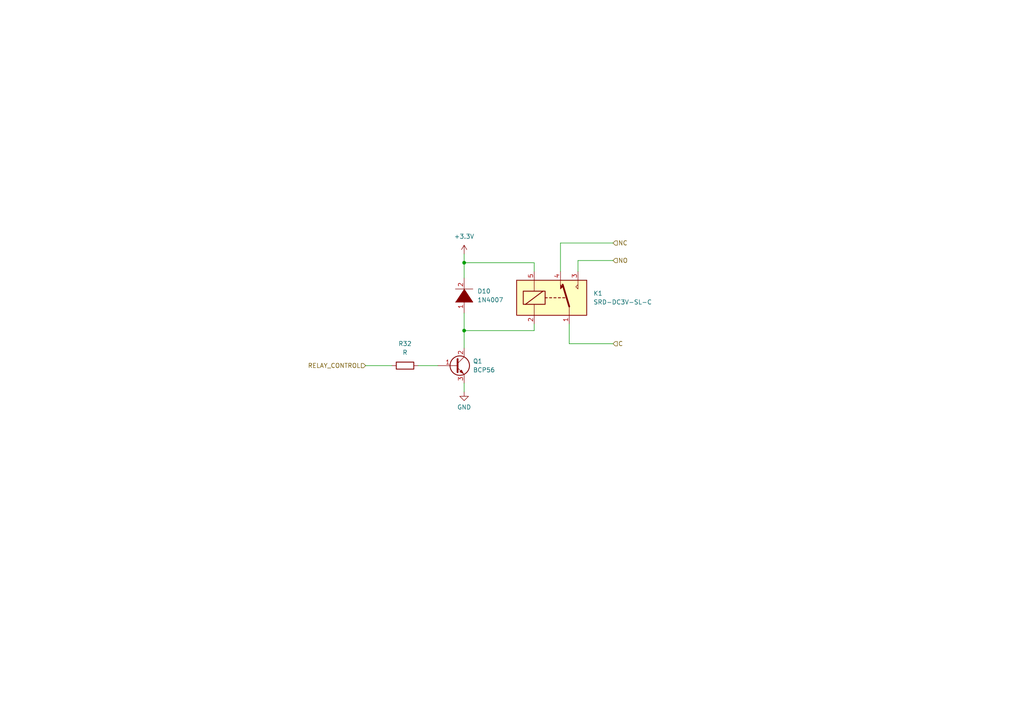
<source format=kicad_sch>
(kicad_sch (version 20250114) (generator "eeschema") (generator_version "9.0")
  (paper "A4")
  (lib_symbols
    (symbol "Device:R" (pin_numbers (hide yes)) (pin_names (offset 0))
      (property "Reference" "R" (at 2.032 0 90))
      (property "Value" "R" (at 0 0 90))
      (symbol "R_0_1"
        (rectangle (start -1.016 -2.54) (end 1.016 2.54) (stroke (width 0.254)))
      )
      (symbol "R_1_1"
        (pin passive line (at 0 3.81 270) (length 1.27) (name "~") (number "1"))
        (pin passive line (at 0 -3.81 90) (length 1.27) (name "~") (number "2"))
      )
    )
    (symbol "Relay:SANYOU_SRD_Form_C"
      (property "Reference" "K" (at 11.43 3.81 0))
      (property "Value" "SANYOU_SRD_Form_C" (at 11.43 1.27 0))
      (symbol "SANYOU_SRD_Form_C_0_0"
        (polyline (pts (xy 7.62 5.08) (xy 7.62 2.54) (xy 6.985 3.175) (xy 7.62 3.81)))
      )
      (symbol "SANYOU_SRD_Form_C_0_1"
        (rectangle (start -10.16 5.08) (end 10.16 -5.08) (stroke (width 0.254)) (fill (type background)))
        (rectangle (start -8.255 1.905) (end -1.905 -1.905) (stroke (width 0.254)))
        (polyline (pts (xy -7.62 -1.905) (xy -2.54 1.905)) (stroke (width 0.254)))
        (polyline (pts (xy -5.08 5.08) (xy -5.08 1.905)))
        (polyline (pts (xy -5.08 -5.08) (xy -5.08 -1.905)))
        (polyline (pts (xy -1.905 0) (xy -1.27 0)) (stroke (width 0.254)))
        (polyline (pts (xy -0.635 0) (xy 0 0)) (stroke (width 0.254)))
        (polyline (pts (xy 0.635 0) (xy 1.27 0)) (stroke (width 0.254)))
        (polyline (pts (xy 1.905 0) (xy 2.54 0)) (stroke (width 0.254)))
        (polyline (pts (xy 3.175 0) (xy 3.81 0)) (stroke (width 0.254)))
        (polyline (pts (xy 5.08 -2.54) (xy 3.175 3.81)) (stroke (width 0.508)))
        (polyline (pts (xy 5.08 -2.54) (xy 5.08 -5.08)))
      )
      (symbol "SANYOU_SRD_Form_C_1_1"
        (polyline (pts (xy 2.54 3.81) (xy 3.175 3.175) (xy 2.54 2.54) (xy 2.54 5.08)) (fill (type outline)))
        (pin passive line (at -5.08 7.62 270) (length 2.54) (name "~") (number "5"))
        (pin passive line (at -5.08 -7.62 90) (length 2.54) (name "~") (number "2"))
        (pin passive line (at 2.54 7.62 270) (length 2.54) (name "~") (number "4"))
        (pin passive line (at 5.08 -7.62 90) (length 2.54) (name "~") (number "1"))
        (pin passive line (at 7.62 7.62 270) (length 2.54) (name "~") (number "3"))
      )
    )
    (symbol "Transistor_BJT:BCP56" (pin_names (offset 0) (hide yes))
      (property "Reference" "Q" (at 5.08 1.905 0))
      (property "Value" "BCP56" (at 5.08 0 0))
      (symbol "BCP56_0_1"
        (polyline (pts (xy 0.635 1.905) (xy 0.635 -1.905) (xy 0.635 -1.905)) (stroke (width 0.508)))
        (polyline (pts (xy 0.635 0.635) (xy 2.54 2.54)))
        (polyline (pts (xy 0.635 -0.635) (xy 2.54 -2.54) (xy 2.54 -2.54)))
        (circle (center 1.27 0) (radius 2.8194) (stroke (width 0.254)))
        (polyline (pts (xy 1.27 -1.778) (xy 1.778 -1.27) (xy 2.286 -2.286) (xy 1.27 -1.778) (xy 1.27 -1.778)) (fill (type outline)))
      )
      (symbol "BCP56_1_1"
        (pin input line (at -5.08 0 0) (length 5.715) (name "B") (number "1"))
        (pin passive line (at 2.54 5.08 270) (length 2.54) (name "C") (number "2"))
        (pin passive line (at 2.54 5.08 270) (length 2.54) (hide yes) (name "C") (number "4"))
        (pin passive line (at 2.54 -5.08 90) (length 2.54) (name "E") (number "3"))
      )
    )
    (symbol "power:+3.3V" (power) (pin_names (offset 0))
      (property "Value" "+3.3V" (at 0 3.556 0))
      (symbol "+3.3V_0_1"
        (polyline (pts (xy -0.762 1.27) (xy 0 2.54)))
        (polyline (pts (xy 0 2.54) (xy 0.762 1.27)))
        (polyline (pts (xy 0 0) (xy 0 2.54)))
      )
      (symbol "+3.3V_1_1"
        (pin power_in line (at 0 0 90) (length 0) (hide yes) (name "+3.3V") (number "1"))
      )
    )
    (symbol "power:GND" (power) (pin_names (offset 0))
      (property "Value" "GND" (at 0 -3.81 0))
      (symbol "GND_0_1"
        (polyline (pts (xy 0 0) (xy 0 -1.27) (xy 1.27 -1.27) (xy 0 -2.54) (xy -1.27 -1.27) (xy 0 -1.27)))
      )
      (symbol "GND_1_1"
        (pin power_in line (at 0 0 270) (length 0) (hide yes) (name "GND") (number "1"))
      )
    )
    (symbol "pspice:DIODE" (pin_names (offset 1.016) (hide yes))
      (property "Reference" "D" (at 0 3.81 0))
      (property "Value" "DIODE" (at 0 -4.445 0))
      (symbol "DIODE_0_1"
        (polyline (pts (xy -1.905 2.54) (xy -1.905 -2.54) (xy 1.905 0)) (fill (type outline)))
        (polyline (pts (xy 1.905 2.54) (xy 1.905 -2.54)))
      )
      (symbol "DIODE_1_1"
        (pin input line (at -5.08 0 0) (length 3.81) (name "K") (number "1"))
        (pin input line (at 5.08 0 180) (length 3.81) (name "A") (number "2"))
      )
    )
  )
  (junction (at 134.62 76.2))
  (junction (at 134.62 95.885))
  (wire (pts (xy 134.62 80.645) (xy 134.62 76.2)))
  (wire (pts (xy 134.62 73.66) (xy 134.62 76.2)))
  (wire (pts (xy 154.94 95.885) (xy 154.94 93.98)))
  (wire (pts (xy 162.56 70.485) (xy 162.56 78.74)))
  (wire (pts (xy 177.8 99.695) (xy 165.1 99.695)))
  (wire (pts (xy 177.8 75.565) (xy 167.64 75.565)))
  (wire (pts (xy 165.1 99.695) (xy 165.1 93.98)))
  (wire (pts (xy 134.62 111.125) (xy 134.62 113.665)))
  (wire (pts (xy 167.64 75.565) (xy 167.64 78.74)))
  (wire (pts (xy 134.62 95.885) (xy 134.62 100.965)))
  (wire (pts (xy 177.8 70.485) (xy 162.56 70.485)))
  (wire (pts (xy 154.94 76.2) (xy 154.94 78.74)))
  (wire (pts (xy 134.62 95.885) (xy 134.62 90.805)))
  (wire (pts (xy 121.285 106.045) (xy 127 106.045)))
  (wire (pts (xy 154.94 95.885) (xy 134.62 95.885)))
  (wire (pts (xy 106.045 106.045) (xy 113.665 106.045)))
  (wire (pts (xy 134.62 76.2) (xy 154.94 76.2)))
  (hierarchical_label "C" (shape input) (at 177.8 99.695 0))
  (hierarchical_label "RELAY_CONTROL" (shape input) (at 106.045 106.045 180))
  (hierarchical_label "NO" (shape input) (at 177.8 75.565 0))
  (hierarchical_label "NC" (shape input) (at 177.8 70.485 0))
  (symbol (lib_id "power:GND") (at 134.62 113.665 0) (unit 1)
    (property "Reference" "#PWR066" (effects (hide yes)))
    (property "Value" "GND" (at 134.62 118.11 0))
  )
  (symbol (lib_id "power:+3.3V") (at 134.62 73.66 0) (unit 1)
    (property "Reference" "#PWR065" (effects (hide yes)))
    (property "Value" "+3.3V" (at 134.62 68.58 0))
  )
  (symbol (lib_id "Relay:SANYOU_SRD_Form_C") (at 160.02 86.36 0) (unit 1)
    (property "Reference" "K1" (at 172.085 85.0899 0) (effects (justify left)))
    (property "Value" "SRD-DC3V-SL-C" (at 172.085 87.6299 0) (effects (justify left)))
    (property "Footprint" "Relay_THT:Relay_SPDT_SANYOU_SRD_Series_Form_C" (effects (hide yes)))
    (property "LCSC" "C688864" (effects (hide yes)))
  )
  (symbol (lib_id "Transistor_BJT:BCP56") (at 132.08 106.045 0) (unit 1)
    (property "Reference" "Q1" (at 137.16 104.7749 0) (effects (justify left)))
    (property "Value" "BCP56" (at 137.16 107.3149 0) (effects (justify left)))
    (property "Footprint" "Package_TO_SOT_SMD:SOT-223-3_TabPin2" (effects (hide yes)))
    (property "Datasheet" "https://wmsc.lcsc.com/wmsc/upload/file/pdf/v2/lcsc/2007030435_Nexperia-BCP56F_C549595.pdf" (effects (hide yes)))
    (property "LCSC" "C549595" (effects (hide yes)))
  )
  (symbol (lib_id "pspice:DIODE") (at 134.62 85.725 90) (unit 1)
    (property "Reference" "D10" (at 138.43 84.4549 90) (effects (justify right)))
    (property "Value" "1N4007" (at 138.43 86.9949 90) (effects (justify right)))
    (property "Footprint" "Diode_SMD:D_SMA_Handsoldering" (effects (hide yes)))
    (property "LCSC" "C727081" (effects (hide yes)))
  )
  (symbol (lib_id "Device:R") (at 117.475 106.045 90) (unit 1)
    (property "Reference" "R32" (at 117.475 99.695 90))
    (property "Value" "R" (at 117.475 102.235 90))
    (property "Footprint" "Resistor_SMD:R_0603_1608Metric_Pad0.98x0.95mm_HandSolder" (effects (hide yes)))
  )
)
</source>
